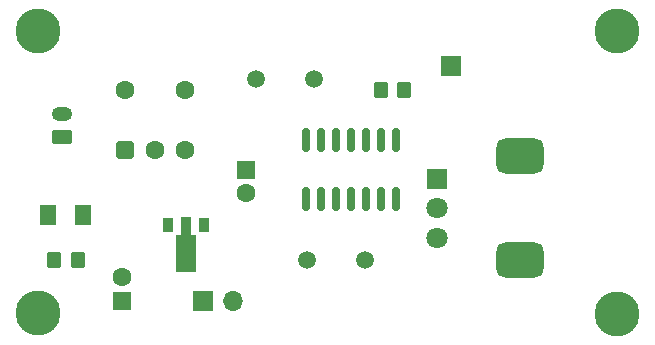
<source format=gbr>
%TF.GenerationSoftware,KiCad,Pcbnew,6.0.9-8da3e8f707~117~ubuntu22.04.1*%
%TF.CreationDate,2022-12-01T02:03:48-04:00*%
%TF.ProjectId,rix,7269782e-6b69-4636-9164-5f7063625858,rev?*%
%TF.SameCoordinates,Original*%
%TF.FileFunction,Soldermask,Top*%
%TF.FilePolarity,Negative*%
%FSLAX46Y46*%
G04 Gerber Fmt 4.6, Leading zero omitted, Abs format (unit mm)*
G04 Created by KiCad (PCBNEW 6.0.9-8da3e8f707~117~ubuntu22.04.1) date 2022-12-01 02:03:48*
%MOMM*%
%LPD*%
G01*
G04 APERTURE LIST*
G04 Aperture macros list*
%AMRoundRect*
0 Rectangle with rounded corners*
0 $1 Rounding radius*
0 $2 $3 $4 $5 $6 $7 $8 $9 X,Y pos of 4 corners*
0 Add a 4 corners polygon primitive as box body*
4,1,4,$2,$3,$4,$5,$6,$7,$8,$9,$2,$3,0*
0 Add four circle primitives for the rounded corners*
1,1,$1+$1,$2,$3*
1,1,$1+$1,$4,$5*
1,1,$1+$1,$6,$7*
1,1,$1+$1,$8,$9*
0 Add four rect primitives between the rounded corners*
20,1,$1+$1,$2,$3,$4,$5,0*
20,1,$1+$1,$4,$5,$6,$7,0*
20,1,$1+$1,$6,$7,$8,$9,0*
20,1,$1+$1,$8,$9,$2,$3,0*%
%AMFreePoly0*
4,1,9,3.862500,-0.866500,0.737500,-0.866500,0.737500,-0.450000,-0.737500,-0.450000,-0.737500,0.450000,0.737500,0.450000,0.737500,0.866500,3.862500,0.866500,3.862500,-0.866500,3.862500,-0.866500,$1*%
G04 Aperture macros list end*
%ADD10RoundRect,0.250000X-0.350000X-0.450000X0.350000X-0.450000X0.350000X0.450000X-0.350000X0.450000X0*%
%ADD11RoundRect,0.250001X0.462499X0.624999X-0.462499X0.624999X-0.462499X-0.624999X0.462499X-0.624999X0*%
%ADD12R,1.600000X1.600000*%
%ADD13C,1.600000*%
%ADD14RoundRect,0.150000X0.150000X-0.825000X0.150000X0.825000X-0.150000X0.825000X-0.150000X-0.825000X0*%
%ADD15C,2.600000*%
%ADD16C,3.800000*%
%ADD17RoundRect,0.250000X0.625000X-0.350000X0.625000X0.350000X-0.625000X0.350000X-0.625000X-0.350000X0*%
%ADD18O,1.750000X1.200000*%
%ADD19R,0.900000X1.300000*%
%ADD20FreePoly0,270.000000*%
%ADD21R,1.700000X1.700000*%
%ADD22RoundRect,0.400000X-0.400000X0.400000X-0.400000X-0.400000X0.400000X-0.400000X0.400000X0.400000X0*%
%ADD23C,1.500000*%
%ADD24R,1.800000X1.800000*%
%ADD25C,1.800000*%
%ADD26RoundRect,0.750000X-1.250000X-0.750000X1.250000X-0.750000X1.250000X0.750000X-1.250000X0.750000X0*%
%ADD27O,1.700000X1.700000*%
%ADD28RoundRect,0.250000X0.350000X0.450000X-0.350000X0.450000X-0.350000X-0.450000X0.350000X-0.450000X0*%
G04 APERTURE END LIST*
D10*
%TO.C,R2*%
X113000000Y-72000000D03*
X115000000Y-72000000D03*
%TD*%
D11*
%TO.C,D1*%
X87847500Y-82550000D03*
X84872500Y-82550000D03*
%TD*%
D12*
%TO.C,C1*%
X91100000Y-89855112D03*
D13*
X91100000Y-87855112D03*
%TD*%
D14*
%TO.C,U1*%
X106680000Y-81215000D03*
X107950000Y-81215000D03*
X109220000Y-81215000D03*
X110490000Y-81215000D03*
X111760000Y-81215000D03*
X113030000Y-81215000D03*
X114300000Y-81215000D03*
X114300000Y-76265000D03*
X113030000Y-76265000D03*
X111760000Y-76265000D03*
X110490000Y-76265000D03*
X109220000Y-76265000D03*
X107950000Y-76265000D03*
X106680000Y-76265000D03*
%TD*%
D15*
%TO.C,H3*%
X84000000Y-67000000D03*
D16*
X84000000Y-67000000D03*
%TD*%
D17*
%TO.C,J1*%
X86000000Y-76000000D03*
D18*
X86000000Y-74000000D03*
%TD*%
D19*
%TO.C,U2*%
X98020000Y-83440000D03*
D20*
X96520000Y-83527500D03*
D19*
X95020000Y-83440000D03*
%TD*%
D21*
%TO.C,J3*%
X119000000Y-70000000D03*
%TD*%
D12*
%TO.C,C2*%
X101600000Y-78740000D03*
D13*
X101600000Y-80740000D03*
%TD*%
%TO.C,SW1*%
X96430000Y-72010000D03*
X91350000Y-72010000D03*
D22*
X91350000Y-77090000D03*
D13*
X93890000Y-77090000D03*
X96430000Y-77090000D03*
%TD*%
D23*
%TO.C,Y2*%
X102450000Y-71100000D03*
X107330000Y-71100000D03*
%TD*%
D24*
%TO.C,RV1*%
X117800000Y-79500000D03*
D25*
X117800000Y-82000000D03*
X117800000Y-84500000D03*
D26*
X124800000Y-77600000D03*
X124800000Y-86400000D03*
%TD*%
D16*
%TO.C,H2*%
X133000000Y-91000000D03*
D15*
X133000000Y-91000000D03*
%TD*%
D21*
%TO.C,J2*%
X98000000Y-89900000D03*
D27*
X100540000Y-89900000D03*
%TD*%
D16*
%TO.C,H1*%
X133000000Y-67000000D03*
D15*
X133000000Y-67000000D03*
%TD*%
D23*
%TO.C,Y1*%
X106770000Y-86360000D03*
X111650000Y-86360000D03*
%TD*%
D28*
%TO.C,R3*%
X87360000Y-86360000D03*
X85360000Y-86360000D03*
%TD*%
D15*
%TO.C,H4*%
X84000000Y-90900000D03*
D16*
X84000000Y-90900000D03*
%TD*%
M02*

</source>
